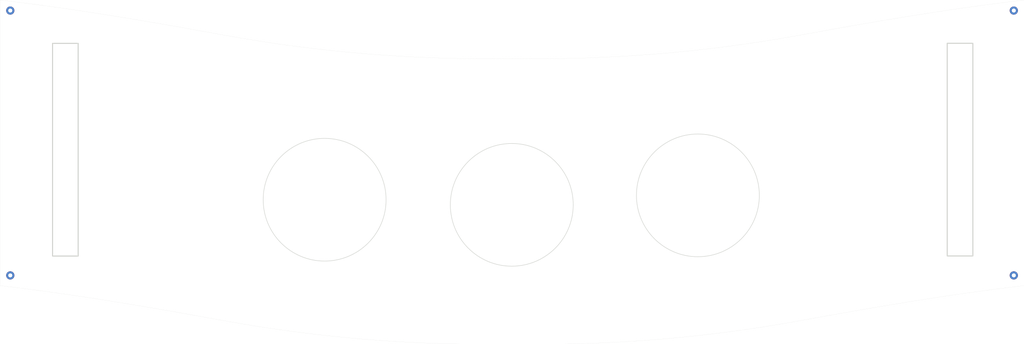
<source format=kicad_pcb>
(kicad_pcb (version 20171130) (host pcbnew "(5.1.4-0)")

  (general
    (thickness 1.6)
    (drawings 18)
    (tracks 4)
    (zones 0)
    (modules 0)
    (nets 1)
  )

  (page A4)
  (layers
    (0 F.Cu signal)
    (31 B.Cu signal)
    (32 B.Adhes user)
    (33 F.Adhes user)
    (34 B.Paste user)
    (35 F.Paste user)
    (36 B.SilkS user)
    (37 F.SilkS user)
    (38 B.Mask user)
    (39 F.Mask user)
    (40 Dwgs.User user)
    (41 Cmts.User user)
    (42 Eco1.User user)
    (43 Eco2.User user)
    (44 Edge.Cuts user)
    (45 Margin user)
    (46 B.CrtYd user)
    (47 F.CrtYd user)
    (48 B.Fab user)
    (49 F.Fab user)
  )

  (setup
    (last_trace_width 0.25)
    (user_trace_width 0.5)
    (user_trace_width 0.75)
    (user_trace_width 1)
    (trace_clearance 0.2)
    (zone_clearance 0.508)
    (zone_45_only no)
    (trace_min 0.2)
    (via_size 0.8)
    (via_drill 0.4)
    (via_min_size 0.4)
    (via_min_drill 0.3)
    (uvia_size 0.3)
    (uvia_drill 0.1)
    (uvias_allowed no)
    (uvia_min_size 0.2)
    (uvia_min_drill 0.1)
    (edge_width 0.05)
    (segment_width 0.2)
    (pcb_text_width 0.3)
    (pcb_text_size 1.5 1.5)
    (mod_edge_width 0.12)
    (mod_text_size 1 1)
    (mod_text_width 0.15)
    (pad_size 1.524 1.524)
    (pad_drill 0.762)
    (pad_to_mask_clearance 0.051)
    (solder_mask_min_width 0.25)
    (aux_axis_origin 0 0)
    (visible_elements FFFFEFFF)
    (pcbplotparams
      (layerselection 0x010f0_ffffffff)
      (usegerberextensions false)
      (usegerberattributes false)
      (usegerberadvancedattributes false)
      (creategerberjobfile true)
      (excludeedgelayer false)
      (linewidth 0.150000)
      (plotframeref false)
      (viasonmask false)
      (mode 1)
      (useauxorigin false)
      (hpglpennumber 1)
      (hpglpenspeed 20)
      (hpglpendiameter 15.000000)
      (psnegative false)
      (psa4output false)
      (plotreference true)
      (plotvalue true)
      (plotinvisibletext false)
      (padsonsilk false)
      (subtractmaskfromsilk true)
      (outputformat 1)
      (mirror false)
      (drillshape 0)
      (scaleselection 1)
      (outputdirectory "plots/"))
  )

  (net 0 "")

  (net_class Default "This is the default net class."
    (clearance 0.2)
    (trace_width 0.25)
    (via_dia 0.8)
    (via_drill 0.4)
    (uvia_dia 0.3)
    (uvia_drill 0.1)
  )

  (gr_poly (pts (xy 195.3 115.9) (xy 192.8 115.9) (xy 192.8 95.1) (xy 195.3 95.1)) (layer Edge.Cuts) (width 0.1))
  (gr_poly (pts (xy 107.930171 115.907982) (xy 105.430171 115.907982) (xy 105.430171 95.107982) (xy 107.930171 95.107982)) (layer Edge.Cuts) (width 0.1) (tstamp 5DEF880B))
  (gr_circle (center 150.274532 110.9) (end 156.274532 110.975) (layer Edge.Cuts) (width 0.05) (tstamp 5DEF91BE))
  (gr_circle (center 168.45 109.975) (end 174.45 110.05) (layer Edge.Cuts) (width 0.05))
  (gr_circle (center 131.999532 110.4) (end 137.999532 110.475) (layer Edge.Cuts) (width 0.05) (tstamp 5DEF91C0))
  (gr_curve (pts (xy 200.3 90.871184) (xy 192.198314 91.832126) (xy 185.145766 93.077526) (xy 178.422158 94.303267)) (layer Edge.Cuts) (width 0.007874))
  (gr_curve (pts (xy 100.300297 118.8) (xy 108.401982 119.760943) (xy 115.45453 121.006342) (xy 122.178137 122.232083)) (layer Edge.Cuts) (width 0.007874))
  (gr_curve (pts (xy 100.300254 118.8) (xy 100.300254 118.8) (xy 100.300297 118.8) (xy 100.300297 118.8)) (layer Edge.Cuts) (width 0.007874))
  (gr_curve (pts (xy 150.300137 124.513529) (xy 159.695475 124.682273) (xy 169.121927 123.927562) (xy 178.422158 122.232083)) (layer Edge.Cuts) (width 0.007874))
  (gr_curve (pts (xy 122.178137 122.232083) (xy 131.478369 123.927562) (xy 140.904821 124.682273) (xy 150.300137 124.513529)) (layer Edge.Cuts) (width 0.007874))
  (gr_curve (pts (xy 100.300297 90.871184) (xy 100.300297 90.871184) (xy 100.300254 118.8) (xy 100.300254 118.8)) (layer Edge.Cuts) (width 0.007874))
  (gr_curve (pts (xy 122.178137 94.303267) (xy 115.45453 93.077526) (xy 108.401982 91.832126) (xy 100.300297 90.871184)) (layer Edge.Cuts) (width 0.007874))
  (gr_curve (pts (xy 200.300043 90.871184) (xy 200.300043 90.871184) (xy 200.3 90.871184) (xy 200.3 90.871184)) (layer Edge.Cuts) (width 0.007874))
  (gr_curve (pts (xy 178.422158 122.232083) (xy 185.145766 121.006342) (xy 192.198314 119.760943) (xy 200.3 118.8)) (layer Edge.Cuts) (width 0.007874))
  (gr_curve (pts (xy 200.300043 118.8) (xy 200.300043 118.8) (xy 200.3 90.871184) (xy 200.300043 90.871184)) (layer Edge.Cuts) (width 0.007874))
  (gr_curve (pts (xy 150.300137 96.584712) (xy 140.904821 96.753457) (xy 131.478369 95.998746) (xy 122.178137 94.303267)) (layer Edge.Cuts) (width 0.007874))
  (gr_curve (pts (xy 178.422158 94.303267) (xy 169.121927 95.998746) (xy 159.695475 96.753457) (xy 150.300137 96.584712)) (layer Edge.Cuts) (width 0.007874))
  (gr_curve (pts (xy 200.3 118.8) (xy 200.3 118.8) (xy 200.300043 118.8) (xy 200.300043 118.8)) (layer Edge.Cuts) (width 0.007874))

  (via (at 199.3 117.8) (size 0.8) (drill 0.4) (layers F.Cu B.Cu) (net 0))
  (via (at 199.3 91.9) (size 0.8) (drill 0.4) (layers F.Cu B.Cu) (net 0))
  (via (at 101.3 117.8) (size 0.8) (drill 0.4) (layers F.Cu B.Cu) (net 0))
  (via (at 101.3 91.9) (size 0.8) (drill 0.4) (layers F.Cu B.Cu) (net 0))

)

</source>
